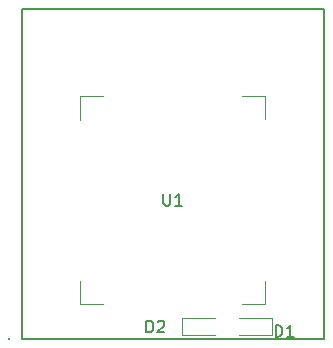
<source format=gbr>
G04 #@! TF.FileFunction,Legend,Top*
%FSLAX46Y46*%
G04 Gerber Fmt 4.6, Leading zero omitted, Abs format (unit mm)*
G04 Created by KiCad (PCBNEW 4.0.6) date 08/13/17 18:46:42*
%MOMM*%
%LPD*%
G01*
G04 APERTURE LIST*
%ADD10C,0.100000*%
%ADD11C,0.150000*%
%ADD12C,0.120000*%
G04 APERTURE END LIST*
D10*
D11*
X138711000Y-62735000D02*
X164241000Y-62735000D01*
X138711000Y-90675000D02*
X138711000Y-62735000D01*
X164241000Y-90675000D02*
X138711000Y-90675000D01*
X164241000Y-62735000D02*
X164241000Y-90675000D01*
X137561000Y-90675000D02*
X137561000Y-90575000D01*
D12*
X159851000Y-90345000D02*
X159851000Y-88945000D01*
X159851000Y-88945000D02*
X157051000Y-88945000D01*
X159851000Y-90345000D02*
X157051000Y-90345000D01*
X152241000Y-88945000D02*
X152241000Y-90345000D01*
X152241000Y-90345000D02*
X155041000Y-90345000D01*
X152241000Y-88945000D02*
X155041000Y-88945000D01*
X159271000Y-70145000D02*
X159271000Y-72095000D01*
X159271000Y-70145000D02*
X157271000Y-70145000D01*
X143571000Y-70145000D02*
X145571000Y-70145000D01*
X143571000Y-70145000D02*
X143571000Y-72145000D01*
X143571000Y-87745000D02*
X145571000Y-87745000D01*
X143571000Y-87745000D02*
X143571000Y-85795000D01*
X159271000Y-87745000D02*
X159271000Y-85795000D01*
X159271000Y-87745000D02*
X157271000Y-87745000D01*
D11*
X160142905Y-90507381D02*
X160142905Y-89507381D01*
X160381000Y-89507381D01*
X160523858Y-89555000D01*
X160619096Y-89650238D01*
X160666715Y-89745476D01*
X160714334Y-89935952D01*
X160714334Y-90078810D01*
X160666715Y-90269286D01*
X160619096Y-90364524D01*
X160523858Y-90459762D01*
X160381000Y-90507381D01*
X160142905Y-90507381D01*
X161666715Y-90507381D02*
X161095286Y-90507381D01*
X161381000Y-90507381D02*
X161381000Y-89507381D01*
X161285762Y-89650238D01*
X161190524Y-89745476D01*
X161095286Y-89793095D01*
X149212905Y-90137381D02*
X149212905Y-89137381D01*
X149451000Y-89137381D01*
X149593858Y-89185000D01*
X149689096Y-89280238D01*
X149736715Y-89375476D01*
X149784334Y-89565952D01*
X149784334Y-89708810D01*
X149736715Y-89899286D01*
X149689096Y-89994524D01*
X149593858Y-90089762D01*
X149451000Y-90137381D01*
X149212905Y-90137381D01*
X150165286Y-89232619D02*
X150212905Y-89185000D01*
X150308143Y-89137381D01*
X150546239Y-89137381D01*
X150641477Y-89185000D01*
X150689096Y-89232619D01*
X150736715Y-89327857D01*
X150736715Y-89423095D01*
X150689096Y-89565952D01*
X150117667Y-90137381D01*
X150736715Y-90137381D01*
X150649095Y-78397381D02*
X150649095Y-79206905D01*
X150696714Y-79302143D01*
X150744333Y-79349762D01*
X150839571Y-79397381D01*
X151030048Y-79397381D01*
X151125286Y-79349762D01*
X151172905Y-79302143D01*
X151220524Y-79206905D01*
X151220524Y-78397381D01*
X152220524Y-79397381D02*
X151649095Y-79397381D01*
X151934809Y-79397381D02*
X151934809Y-78397381D01*
X151839571Y-78540238D01*
X151744333Y-78635476D01*
X151649095Y-78683095D01*
M02*

</source>
